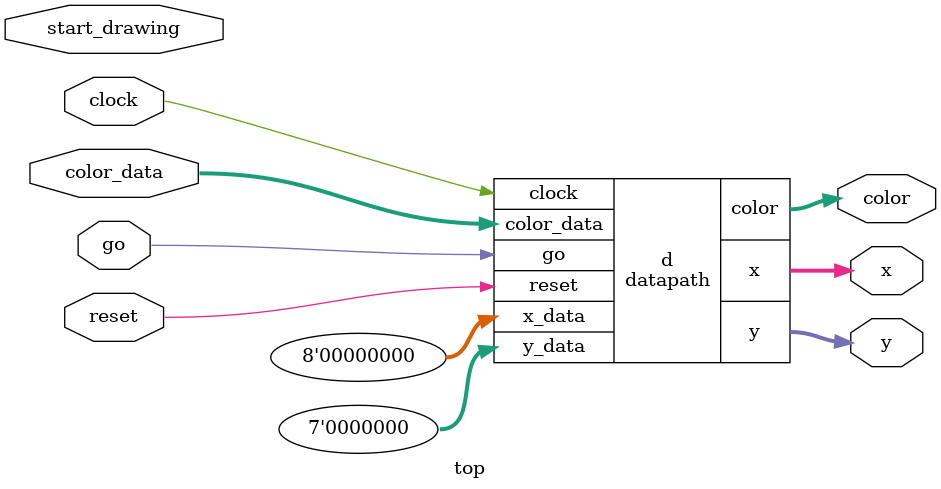
<source format=v>
module control(clock, reset, go, start_drawing, data_path_go, writeEn);
    input clock;
    input reset;
    input go;
	input start_drawing;
	
	output reg data_path_go;
	output reg writeEn;

    reg [2:0] current_state, next_state; 
    
    localparam  S_LOAD        = 2'b00,
				S_LOAD_WAIT        = 2'b01,
                S_DRAW       = 2'b10;
    
    // Next state logic aka our state table
    always@(*)
    begin: state_table 
            case (current_state)
                S_LOAD: next_state = go ? S_LOAD_WAIT : S_LOAD; 
                S_LOAD_WAIT: next_state = start_drawing ? S_LOAD_WAIT : S_DRAW;  
                S_DRAW: next_state = S_DRAW;
            default: next_state = S_LOAD;
        endcase
    end // state_table
	
    // Output logic aka all of our datapath control signals
    always @(*)
    begin: enable_signals
        // By default make all our signals 0
		data_path_go = 1'b0;
		writeEn = 1'b0;
        case (current_state)
            S_LOAD: begin
				data_path_go = 1;
                end
            S_DRAW: begin
				data_path_go = 1'b0;
                writeEn = 1;
                end
        // default:    // don't need default since we already made sure all of our outputs were assigned a value at the start of the always block
        endcase
    end // enable_signals
   
    // current_state registers
    always@(posedge clock)
    begin
        if(!reset)
            current_state <= S_LOAD;
        else
            current_state <= next_state;
    end // state_FFS
endmodule



module datapath(x_data, y_data, color_data, clock, reset, go, x, y, color);
	input clock;
	input [9:7] color_data;
	input reset;
	input go;
	input [7:0] x_data;
	input [6:0] y_data;
	output [7:0] x;
	output [6:0] y;
	output reg [2:0] color;
	
	reg [7:0] x_orgin;
	reg [6:0] y_orgin;
	
	reg [7:0] counter1;
	reg [6:0] counter2;
	
	wire x_direction;
	wire y_direction;
	
	wire [7:0] temp1;
	wire [6:0] temp2;
	
	wire delay_time;
	wire frame_number;
		
	h_register h(
		.clock(clock),
		.reset(reset),
		.x(x),
		.direction(x_direction)
	);
	
	v_register v(
		.clock(clock),
		.reset(reset),
		.y(y),
		.direction(y_direction)
	);
	
    always @ (posedge clock) begin
        if (!reset) begin
            x_orgin <= 8'b00000000; 
            y_orgin <= 7'b0000000; 
            color <= 3'b000;
			counter1 <= 8'b00000000;
			counter2 <= 7'b0000000;
        end
        else begin
			x_orgin <= x_data; // load alu_out if load_alu_out signal is high, otherwise load from data_in
			y_orgin <= y_data;
			color <= color_data;
			counter1 <= temp1;
			counter2 <= temp2;
        end
    end
	
	delay_counter d(
		.clock(clock),
		.reset(reset),
		.enable(go),
		.q(delay_time)
	);
	
	
	frame_counter f(
		.clock(clock),
		.reset(reset),
		.enable(delay_time == 20'd0),
		.q(frame_number)
	);
	
	//Now 15 frames are counted.
	
	x_counter forX(
		.clock(clock),
		.enable(frame_number == 4'b0000),
		.reset(reset),
		.direction(x_direction),
		.q(temp1)
	);
	
	y_counter forY(
		.clock(clock),
		.enable(frame_number == 4'b0000),
		.reset(reset),
		.direction(y_direction),
		.q(temp2)
	);
	
    always @ (posedge clock) begin
        if (frame_number == 4'b0000) begin
			
        end
    end
	
	assign erase_color = (frame_number == 4'b0000) ? 3'b000 : color;
	
	
	datapathErase toErase (
		.x_data(x),
		.y_data(y),
		.color_data(erase_color),
		.clock(clock),
		.reset(reset),
		.go(frame_number == 4'b0000),
		.x(w1),
		.y(w2),
		.color(w3)
	);
	
	assign x = x_orgin + counter1;
	assign y = y_orgin + counter2;
		
endmodule

module datapathErase(x_data, y_data, color_data, clock, reset, go, x, y, color);
	input clock;
	input [9:7] color_data;
	input reset;
	input go;
	input [7:0] x_data;
	input [6:0] y_data;
	output [7:0] x;
	output [6:0] y;
	output reg [2:0] color;
	
	reg [7:0] x_orgin;
	reg [6:0] y_orgin;
		
    always @ (posedge clock) begin
        if (!reset) begin
            x_orgin <= 8'b00000000; 
            y_orgin <= 7'b0000000; 
            color <= 3'b000;
        end
        else begin
			x_orgin <= x_data; // load alu_out if load_alu_out signal is high, otherwise load from data_in
			y_orgin <= y_data;
			color <= color_data;
        end
    end
		
endmodule

module h_register(clock, reset, x, direction);
	input clock;
	input reset;
	input [7:0] x;
	output reg direction;
	
	always@(posedge clock)
	begin
		if(!reset)
			direction <= 1'b1;
		else
		begin
			if(direction)
			begin
				if(x == 8'b10011110)
					direction <= 1'b0;
				else
					direction <= 1'b1;
			   end
			else
			begin
				if(x == 8'b00000000)
					direction <= 1'b1;
				else
					direction <= 1'b0;
			end
		end
		end
endmodule

module v_register(clock,reset, y,direction);
	input clock;
	input reset;
	input [6:0] y;
	output reg direction;
	
	always@(posedge clock)
	begin
		if(!reset)
			direction <= 1'b0;
		else
		begin
			if(direction)
			begin
				if(y == 7'b1110110)
					direction <= 1'b0;
				else
					direction <= 1'b1;
			   end
			else
			begin
				if(y == 7'b0000000)
					direction <= 1'b1;
				else
					direction <= 1'b0;
			end
		end
		end
endmodule

module x_counter(clock,enable, reset, direction, q);
	input clock;
	input enable;
	input reset;
	input direction;
	output reg [7:0] q;
	
	
	always@(posedge clock)
	begin
		if(!reset)
			q <= 8'b00000000;
		else if(direction == 1'b1 && enable) begin
			q <= q + 1'b1;
		end
		
		else if(direction == 1'b0 && enable) begin
			q <= q - 1'b1;
		end
	end
endmodule

module y_counter(clock,enable, reset, direction, q);
	input clock;
	input enable;
	input reset;
	input direction;
	output reg [6:0] q;
	
	
	always@(posedge clock)
	begin
		if(!reset)
			q <= 8'd60;
		else if(direction == 1'b1 && enable) begin
			q <= q + 1'b1;
		end
		
		else if(direction == 1'b0 && enable) begin
			q <= q - 1'b1;
		end
	end
endmodule

module delay_counter(clock, reset, enable, q);
		input clock;
		input reset;
		input enable;
		output reg [19:0] q;
		
		always @(posedge clock)
		begin
			if(!reset) begin
				q <= 20'b11001110111001100001;
			end
			else if(enable ==1'b1) begin
			   if ( q == 20'd0 ) begin
					q <= 20'b11001110111001100001;
				end
				else begin
					q <= q - 1'b1;
				end
			end
		end
endmodule

module frame_counter(clock, reset, enable, q);
	input clock;
	input reset;
	input enable;
	output reg [3:0] q;
	
	always @(posedge clock)
	begin
		if(!reset) begin
			q <= 4'b1111;
		end
		else if(enable == 1'b1) begin
			if(q == 4'b0000) begin
			  q <= 4'b1111;
			end
			else begin
			  q <= q - 1'b1;
			end
		end
   end
endmodule



module top(clock, reset, go, start_drawing, color_data, x, y, color);

	input clock;
	input reset;
	input go;
	input start_drawing;
	input [2:0] color_data;
	
	output [7:0] x;
	output [6:0] y;
	output [2:0] color;
	
	
	wire writeEn, data_path_go;
	
	
	control c(
		.clock(clock),
		.reset(reset),
		.go(go),
		.start_drawing(start_drawing),
		.data_path_go(data_path_go),
		.writeEn(writeEn)
	);


	datapath d(
		.x_data(8'b00000000),
		.y_data(7'b0000000),
		.color_data(color_data),
		.clock(clock),
		.reset(reset),
		.go(go),
		.x(x),
		.y(y),
		.color(color)
	);
endmodule
</source>
